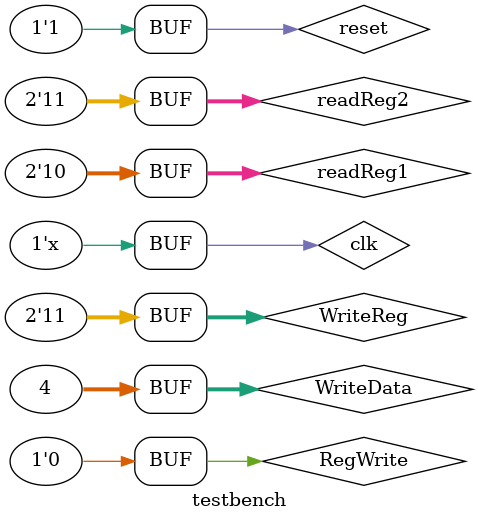
<source format=v>
`include "registerFile.v"
module testbench;
	reg clk,reset,RegWrite;
	reg [1:0] readReg1,readReg2,WriteReg;
	reg [31:0] WriteData;
	wire [31:0] ReadData1,ReadData2;
	RegFile rf(clk,reset,readReg1,readReg2,WriteData,WriteReg,RegWrite,ReadData1,ReadData2);
	always@(clk)
	#5 clk<=~clk;
	initial 
	begin
		$dumpfile("regFile.vcd");
		$dumpvars;
		clk=1'b1;
		reset=1'b0;
		RegWrite=1'b0;
		WriteReg=2'b00;
		readReg1=2'b00;
		readReg2=2'b01;
		#0 $monitor(,$time," data1=%b, data2=%b",ReadData1,ReadData2); 
		#15 reset=1'b1;readReg1=2'b00;readReg2=2'b01;
		#10 WriteReg=2'b00;WriteData=32'd1;RegWrite=1'b1;
		#10 WriteData=32'd2;RegWrite=1'b0;
		#15 readReg1=2'b00;readReg2=2'b01;
		#10 readReg1=2'b10;
		#10 WriteReg=2'b11; WriteData=32'd4;RegWrite=1'b1;
		#10 readReg2=2'b11;RegWrite=1'b0;
		#15 readReg1=2'b10;readReg2=2'b11;
	end
endmodule
</source>
